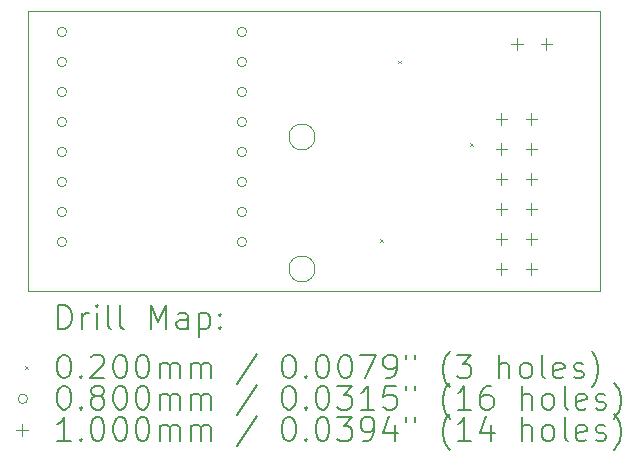
<source format=gbr>
%TF.GenerationSoftware,KiCad,Pcbnew,7.0.9*%
%TF.CreationDate,2024-02-03T16:27:12+01:00*%
%TF.ProjectId,PC-Power-Control,50432d50-6f77-4657-922d-436f6e74726f,rev?*%
%TF.SameCoordinates,Original*%
%TF.FileFunction,Drillmap*%
%TF.FilePolarity,Positive*%
%FSLAX45Y45*%
G04 Gerber Fmt 4.5, Leading zero omitted, Abs format (unit mm)*
G04 Created by KiCad (PCBNEW 7.0.9) date 2024-02-03 16:27:12*
%MOMM*%
%LPD*%
G01*
G04 APERTURE LIST*
%ADD10C,0.100000*%
%ADD11C,0.200000*%
G04 APERTURE END LIST*
D10*
X6993400Y-6959600D02*
G75*
G03*
X6993400Y-6959600I-110000J0D01*
G01*
X6993400Y-5842000D02*
G75*
G03*
X6993400Y-5842000I-110000J0D01*
G01*
X4565650Y-4775200D02*
X9410700Y-4775200D01*
X9410700Y-7150100D01*
X4565650Y-7150100D01*
X4565650Y-4775200D01*
D11*
D10*
X7546500Y-6708300D02*
X7566500Y-6728300D01*
X7566500Y-6708300D02*
X7546500Y-6728300D01*
X7698900Y-5197000D02*
X7718900Y-5217000D01*
X7718900Y-5197000D02*
X7698900Y-5217000D01*
X8308500Y-5895500D02*
X8328500Y-5915500D01*
X8328500Y-5895500D02*
X8308500Y-5915500D01*
X4891400Y-4953000D02*
G75*
G03*
X4891400Y-4953000I-40000J0D01*
G01*
X4891400Y-5207000D02*
G75*
G03*
X4891400Y-5207000I-40000J0D01*
G01*
X4891400Y-5461000D02*
G75*
G03*
X4891400Y-5461000I-40000J0D01*
G01*
X4891400Y-5715000D02*
G75*
G03*
X4891400Y-5715000I-40000J0D01*
G01*
X4891400Y-5969000D02*
G75*
G03*
X4891400Y-5969000I-40000J0D01*
G01*
X4891400Y-6223000D02*
G75*
G03*
X4891400Y-6223000I-40000J0D01*
G01*
X4891400Y-6477000D02*
G75*
G03*
X4891400Y-6477000I-40000J0D01*
G01*
X4891400Y-6731000D02*
G75*
G03*
X4891400Y-6731000I-40000J0D01*
G01*
X6415400Y-4953000D02*
G75*
G03*
X6415400Y-4953000I-40000J0D01*
G01*
X6415400Y-5207000D02*
G75*
G03*
X6415400Y-5207000I-40000J0D01*
G01*
X6415400Y-5461000D02*
G75*
G03*
X6415400Y-5461000I-40000J0D01*
G01*
X6415400Y-5715000D02*
G75*
G03*
X6415400Y-5715000I-40000J0D01*
G01*
X6415400Y-5969000D02*
G75*
G03*
X6415400Y-5969000I-40000J0D01*
G01*
X6415400Y-6223000D02*
G75*
G03*
X6415400Y-6223000I-40000J0D01*
G01*
X6415400Y-6477000D02*
G75*
G03*
X6415400Y-6477000I-40000J0D01*
G01*
X6415400Y-6731000D02*
G75*
G03*
X6415400Y-6731000I-40000J0D01*
G01*
X8572500Y-5639600D02*
X8572500Y-5739600D01*
X8522500Y-5689600D02*
X8622500Y-5689600D01*
X8572500Y-5893600D02*
X8572500Y-5993600D01*
X8522500Y-5943600D02*
X8622500Y-5943600D01*
X8572500Y-6147600D02*
X8572500Y-6247600D01*
X8522500Y-6197600D02*
X8622500Y-6197600D01*
X8572500Y-6401600D02*
X8572500Y-6501600D01*
X8522500Y-6451600D02*
X8622500Y-6451600D01*
X8572500Y-6655600D02*
X8572500Y-6755600D01*
X8522500Y-6705600D02*
X8622500Y-6705600D01*
X8572500Y-6909600D02*
X8572500Y-7009600D01*
X8522500Y-6959600D02*
X8622500Y-6959600D01*
X8703500Y-5004600D02*
X8703500Y-5104600D01*
X8653500Y-5054600D02*
X8753500Y-5054600D01*
X8826500Y-5639600D02*
X8826500Y-5739600D01*
X8776500Y-5689600D02*
X8876500Y-5689600D01*
X8826500Y-5893600D02*
X8826500Y-5993600D01*
X8776500Y-5943600D02*
X8876500Y-5943600D01*
X8826500Y-6147600D02*
X8826500Y-6247600D01*
X8776500Y-6197600D02*
X8876500Y-6197600D01*
X8826500Y-6401600D02*
X8826500Y-6501600D01*
X8776500Y-6451600D02*
X8876500Y-6451600D01*
X8826500Y-6655600D02*
X8826500Y-6755600D01*
X8776500Y-6705600D02*
X8876500Y-6705600D01*
X8826500Y-6909600D02*
X8826500Y-7009600D01*
X8776500Y-6959600D02*
X8876500Y-6959600D01*
X8953500Y-5004600D02*
X8953500Y-5104600D01*
X8903500Y-5054600D02*
X9003500Y-5054600D01*
D11*
X4821427Y-7466584D02*
X4821427Y-7266584D01*
X4821427Y-7266584D02*
X4869046Y-7266584D01*
X4869046Y-7266584D02*
X4897617Y-7276108D01*
X4897617Y-7276108D02*
X4916665Y-7295155D01*
X4916665Y-7295155D02*
X4926189Y-7314203D01*
X4926189Y-7314203D02*
X4935713Y-7352298D01*
X4935713Y-7352298D02*
X4935713Y-7380869D01*
X4935713Y-7380869D02*
X4926189Y-7418965D01*
X4926189Y-7418965D02*
X4916665Y-7438012D01*
X4916665Y-7438012D02*
X4897617Y-7457060D01*
X4897617Y-7457060D02*
X4869046Y-7466584D01*
X4869046Y-7466584D02*
X4821427Y-7466584D01*
X5021427Y-7466584D02*
X5021427Y-7333250D01*
X5021427Y-7371346D02*
X5030951Y-7352298D01*
X5030951Y-7352298D02*
X5040474Y-7342774D01*
X5040474Y-7342774D02*
X5059522Y-7333250D01*
X5059522Y-7333250D02*
X5078570Y-7333250D01*
X5145236Y-7466584D02*
X5145236Y-7333250D01*
X5145236Y-7266584D02*
X5135713Y-7276108D01*
X5135713Y-7276108D02*
X5145236Y-7285631D01*
X5145236Y-7285631D02*
X5154760Y-7276108D01*
X5154760Y-7276108D02*
X5145236Y-7266584D01*
X5145236Y-7266584D02*
X5145236Y-7285631D01*
X5269046Y-7466584D02*
X5249998Y-7457060D01*
X5249998Y-7457060D02*
X5240474Y-7438012D01*
X5240474Y-7438012D02*
X5240474Y-7266584D01*
X5373808Y-7466584D02*
X5354760Y-7457060D01*
X5354760Y-7457060D02*
X5345236Y-7438012D01*
X5345236Y-7438012D02*
X5345236Y-7266584D01*
X5602379Y-7466584D02*
X5602379Y-7266584D01*
X5602379Y-7266584D02*
X5669046Y-7409441D01*
X5669046Y-7409441D02*
X5735712Y-7266584D01*
X5735712Y-7266584D02*
X5735712Y-7466584D01*
X5916665Y-7466584D02*
X5916665Y-7361822D01*
X5916665Y-7361822D02*
X5907141Y-7342774D01*
X5907141Y-7342774D02*
X5888093Y-7333250D01*
X5888093Y-7333250D02*
X5849998Y-7333250D01*
X5849998Y-7333250D02*
X5830951Y-7342774D01*
X5916665Y-7457060D02*
X5897617Y-7466584D01*
X5897617Y-7466584D02*
X5849998Y-7466584D01*
X5849998Y-7466584D02*
X5830951Y-7457060D01*
X5830951Y-7457060D02*
X5821427Y-7438012D01*
X5821427Y-7438012D02*
X5821427Y-7418965D01*
X5821427Y-7418965D02*
X5830951Y-7399917D01*
X5830951Y-7399917D02*
X5849998Y-7390393D01*
X5849998Y-7390393D02*
X5897617Y-7390393D01*
X5897617Y-7390393D02*
X5916665Y-7380869D01*
X6011903Y-7333250D02*
X6011903Y-7533250D01*
X6011903Y-7342774D02*
X6030951Y-7333250D01*
X6030951Y-7333250D02*
X6069046Y-7333250D01*
X6069046Y-7333250D02*
X6088093Y-7342774D01*
X6088093Y-7342774D02*
X6097617Y-7352298D01*
X6097617Y-7352298D02*
X6107141Y-7371346D01*
X6107141Y-7371346D02*
X6107141Y-7428488D01*
X6107141Y-7428488D02*
X6097617Y-7447536D01*
X6097617Y-7447536D02*
X6088093Y-7457060D01*
X6088093Y-7457060D02*
X6069046Y-7466584D01*
X6069046Y-7466584D02*
X6030951Y-7466584D01*
X6030951Y-7466584D02*
X6011903Y-7457060D01*
X6192855Y-7447536D02*
X6202379Y-7457060D01*
X6202379Y-7457060D02*
X6192855Y-7466584D01*
X6192855Y-7466584D02*
X6183332Y-7457060D01*
X6183332Y-7457060D02*
X6192855Y-7447536D01*
X6192855Y-7447536D02*
X6192855Y-7466584D01*
X6192855Y-7342774D02*
X6202379Y-7352298D01*
X6202379Y-7352298D02*
X6192855Y-7361822D01*
X6192855Y-7361822D02*
X6183332Y-7352298D01*
X6183332Y-7352298D02*
X6192855Y-7342774D01*
X6192855Y-7342774D02*
X6192855Y-7361822D01*
D10*
X4540650Y-7785100D02*
X4560650Y-7805100D01*
X4560650Y-7785100D02*
X4540650Y-7805100D01*
D11*
X4859522Y-7686584D02*
X4878570Y-7686584D01*
X4878570Y-7686584D02*
X4897617Y-7696108D01*
X4897617Y-7696108D02*
X4907141Y-7705631D01*
X4907141Y-7705631D02*
X4916665Y-7724679D01*
X4916665Y-7724679D02*
X4926189Y-7762774D01*
X4926189Y-7762774D02*
X4926189Y-7810393D01*
X4926189Y-7810393D02*
X4916665Y-7848488D01*
X4916665Y-7848488D02*
X4907141Y-7867536D01*
X4907141Y-7867536D02*
X4897617Y-7877060D01*
X4897617Y-7877060D02*
X4878570Y-7886584D01*
X4878570Y-7886584D02*
X4859522Y-7886584D01*
X4859522Y-7886584D02*
X4840474Y-7877060D01*
X4840474Y-7877060D02*
X4830951Y-7867536D01*
X4830951Y-7867536D02*
X4821427Y-7848488D01*
X4821427Y-7848488D02*
X4811903Y-7810393D01*
X4811903Y-7810393D02*
X4811903Y-7762774D01*
X4811903Y-7762774D02*
X4821427Y-7724679D01*
X4821427Y-7724679D02*
X4830951Y-7705631D01*
X4830951Y-7705631D02*
X4840474Y-7696108D01*
X4840474Y-7696108D02*
X4859522Y-7686584D01*
X5011903Y-7867536D02*
X5021427Y-7877060D01*
X5021427Y-7877060D02*
X5011903Y-7886584D01*
X5011903Y-7886584D02*
X5002379Y-7877060D01*
X5002379Y-7877060D02*
X5011903Y-7867536D01*
X5011903Y-7867536D02*
X5011903Y-7886584D01*
X5097617Y-7705631D02*
X5107141Y-7696108D01*
X5107141Y-7696108D02*
X5126189Y-7686584D01*
X5126189Y-7686584D02*
X5173808Y-7686584D01*
X5173808Y-7686584D02*
X5192855Y-7696108D01*
X5192855Y-7696108D02*
X5202379Y-7705631D01*
X5202379Y-7705631D02*
X5211903Y-7724679D01*
X5211903Y-7724679D02*
X5211903Y-7743727D01*
X5211903Y-7743727D02*
X5202379Y-7772298D01*
X5202379Y-7772298D02*
X5088094Y-7886584D01*
X5088094Y-7886584D02*
X5211903Y-7886584D01*
X5335713Y-7686584D02*
X5354760Y-7686584D01*
X5354760Y-7686584D02*
X5373808Y-7696108D01*
X5373808Y-7696108D02*
X5383332Y-7705631D01*
X5383332Y-7705631D02*
X5392855Y-7724679D01*
X5392855Y-7724679D02*
X5402379Y-7762774D01*
X5402379Y-7762774D02*
X5402379Y-7810393D01*
X5402379Y-7810393D02*
X5392855Y-7848488D01*
X5392855Y-7848488D02*
X5383332Y-7867536D01*
X5383332Y-7867536D02*
X5373808Y-7877060D01*
X5373808Y-7877060D02*
X5354760Y-7886584D01*
X5354760Y-7886584D02*
X5335713Y-7886584D01*
X5335713Y-7886584D02*
X5316665Y-7877060D01*
X5316665Y-7877060D02*
X5307141Y-7867536D01*
X5307141Y-7867536D02*
X5297617Y-7848488D01*
X5297617Y-7848488D02*
X5288094Y-7810393D01*
X5288094Y-7810393D02*
X5288094Y-7762774D01*
X5288094Y-7762774D02*
X5297617Y-7724679D01*
X5297617Y-7724679D02*
X5307141Y-7705631D01*
X5307141Y-7705631D02*
X5316665Y-7696108D01*
X5316665Y-7696108D02*
X5335713Y-7686584D01*
X5526189Y-7686584D02*
X5545236Y-7686584D01*
X5545236Y-7686584D02*
X5564284Y-7696108D01*
X5564284Y-7696108D02*
X5573808Y-7705631D01*
X5573808Y-7705631D02*
X5583332Y-7724679D01*
X5583332Y-7724679D02*
X5592855Y-7762774D01*
X5592855Y-7762774D02*
X5592855Y-7810393D01*
X5592855Y-7810393D02*
X5583332Y-7848488D01*
X5583332Y-7848488D02*
X5573808Y-7867536D01*
X5573808Y-7867536D02*
X5564284Y-7877060D01*
X5564284Y-7877060D02*
X5545236Y-7886584D01*
X5545236Y-7886584D02*
X5526189Y-7886584D01*
X5526189Y-7886584D02*
X5507141Y-7877060D01*
X5507141Y-7877060D02*
X5497617Y-7867536D01*
X5497617Y-7867536D02*
X5488094Y-7848488D01*
X5488094Y-7848488D02*
X5478570Y-7810393D01*
X5478570Y-7810393D02*
X5478570Y-7762774D01*
X5478570Y-7762774D02*
X5488094Y-7724679D01*
X5488094Y-7724679D02*
X5497617Y-7705631D01*
X5497617Y-7705631D02*
X5507141Y-7696108D01*
X5507141Y-7696108D02*
X5526189Y-7686584D01*
X5678570Y-7886584D02*
X5678570Y-7753250D01*
X5678570Y-7772298D02*
X5688093Y-7762774D01*
X5688093Y-7762774D02*
X5707141Y-7753250D01*
X5707141Y-7753250D02*
X5735713Y-7753250D01*
X5735713Y-7753250D02*
X5754760Y-7762774D01*
X5754760Y-7762774D02*
X5764284Y-7781822D01*
X5764284Y-7781822D02*
X5764284Y-7886584D01*
X5764284Y-7781822D02*
X5773808Y-7762774D01*
X5773808Y-7762774D02*
X5792855Y-7753250D01*
X5792855Y-7753250D02*
X5821427Y-7753250D01*
X5821427Y-7753250D02*
X5840474Y-7762774D01*
X5840474Y-7762774D02*
X5849998Y-7781822D01*
X5849998Y-7781822D02*
X5849998Y-7886584D01*
X5945236Y-7886584D02*
X5945236Y-7753250D01*
X5945236Y-7772298D02*
X5954760Y-7762774D01*
X5954760Y-7762774D02*
X5973808Y-7753250D01*
X5973808Y-7753250D02*
X6002379Y-7753250D01*
X6002379Y-7753250D02*
X6021427Y-7762774D01*
X6021427Y-7762774D02*
X6030951Y-7781822D01*
X6030951Y-7781822D02*
X6030951Y-7886584D01*
X6030951Y-7781822D02*
X6040474Y-7762774D01*
X6040474Y-7762774D02*
X6059522Y-7753250D01*
X6059522Y-7753250D02*
X6088093Y-7753250D01*
X6088093Y-7753250D02*
X6107141Y-7762774D01*
X6107141Y-7762774D02*
X6116665Y-7781822D01*
X6116665Y-7781822D02*
X6116665Y-7886584D01*
X6507141Y-7677060D02*
X6335713Y-7934203D01*
X6764284Y-7686584D02*
X6783332Y-7686584D01*
X6783332Y-7686584D02*
X6802379Y-7696108D01*
X6802379Y-7696108D02*
X6811903Y-7705631D01*
X6811903Y-7705631D02*
X6821427Y-7724679D01*
X6821427Y-7724679D02*
X6830951Y-7762774D01*
X6830951Y-7762774D02*
X6830951Y-7810393D01*
X6830951Y-7810393D02*
X6821427Y-7848488D01*
X6821427Y-7848488D02*
X6811903Y-7867536D01*
X6811903Y-7867536D02*
X6802379Y-7877060D01*
X6802379Y-7877060D02*
X6783332Y-7886584D01*
X6783332Y-7886584D02*
X6764284Y-7886584D01*
X6764284Y-7886584D02*
X6745236Y-7877060D01*
X6745236Y-7877060D02*
X6735713Y-7867536D01*
X6735713Y-7867536D02*
X6726189Y-7848488D01*
X6726189Y-7848488D02*
X6716665Y-7810393D01*
X6716665Y-7810393D02*
X6716665Y-7762774D01*
X6716665Y-7762774D02*
X6726189Y-7724679D01*
X6726189Y-7724679D02*
X6735713Y-7705631D01*
X6735713Y-7705631D02*
X6745236Y-7696108D01*
X6745236Y-7696108D02*
X6764284Y-7686584D01*
X6916665Y-7867536D02*
X6926189Y-7877060D01*
X6926189Y-7877060D02*
X6916665Y-7886584D01*
X6916665Y-7886584D02*
X6907141Y-7877060D01*
X6907141Y-7877060D02*
X6916665Y-7867536D01*
X6916665Y-7867536D02*
X6916665Y-7886584D01*
X7049998Y-7686584D02*
X7069046Y-7686584D01*
X7069046Y-7686584D02*
X7088094Y-7696108D01*
X7088094Y-7696108D02*
X7097617Y-7705631D01*
X7097617Y-7705631D02*
X7107141Y-7724679D01*
X7107141Y-7724679D02*
X7116665Y-7762774D01*
X7116665Y-7762774D02*
X7116665Y-7810393D01*
X7116665Y-7810393D02*
X7107141Y-7848488D01*
X7107141Y-7848488D02*
X7097617Y-7867536D01*
X7097617Y-7867536D02*
X7088094Y-7877060D01*
X7088094Y-7877060D02*
X7069046Y-7886584D01*
X7069046Y-7886584D02*
X7049998Y-7886584D01*
X7049998Y-7886584D02*
X7030951Y-7877060D01*
X7030951Y-7877060D02*
X7021427Y-7867536D01*
X7021427Y-7867536D02*
X7011903Y-7848488D01*
X7011903Y-7848488D02*
X7002379Y-7810393D01*
X7002379Y-7810393D02*
X7002379Y-7762774D01*
X7002379Y-7762774D02*
X7011903Y-7724679D01*
X7011903Y-7724679D02*
X7021427Y-7705631D01*
X7021427Y-7705631D02*
X7030951Y-7696108D01*
X7030951Y-7696108D02*
X7049998Y-7686584D01*
X7240475Y-7686584D02*
X7259522Y-7686584D01*
X7259522Y-7686584D02*
X7278570Y-7696108D01*
X7278570Y-7696108D02*
X7288094Y-7705631D01*
X7288094Y-7705631D02*
X7297617Y-7724679D01*
X7297617Y-7724679D02*
X7307141Y-7762774D01*
X7307141Y-7762774D02*
X7307141Y-7810393D01*
X7307141Y-7810393D02*
X7297617Y-7848488D01*
X7297617Y-7848488D02*
X7288094Y-7867536D01*
X7288094Y-7867536D02*
X7278570Y-7877060D01*
X7278570Y-7877060D02*
X7259522Y-7886584D01*
X7259522Y-7886584D02*
X7240475Y-7886584D01*
X7240475Y-7886584D02*
X7221427Y-7877060D01*
X7221427Y-7877060D02*
X7211903Y-7867536D01*
X7211903Y-7867536D02*
X7202379Y-7848488D01*
X7202379Y-7848488D02*
X7192856Y-7810393D01*
X7192856Y-7810393D02*
X7192856Y-7762774D01*
X7192856Y-7762774D02*
X7202379Y-7724679D01*
X7202379Y-7724679D02*
X7211903Y-7705631D01*
X7211903Y-7705631D02*
X7221427Y-7696108D01*
X7221427Y-7696108D02*
X7240475Y-7686584D01*
X7373808Y-7686584D02*
X7507141Y-7686584D01*
X7507141Y-7686584D02*
X7421427Y-7886584D01*
X7592856Y-7886584D02*
X7630951Y-7886584D01*
X7630951Y-7886584D02*
X7649998Y-7877060D01*
X7649998Y-7877060D02*
X7659522Y-7867536D01*
X7659522Y-7867536D02*
X7678570Y-7838965D01*
X7678570Y-7838965D02*
X7688094Y-7800869D01*
X7688094Y-7800869D02*
X7688094Y-7724679D01*
X7688094Y-7724679D02*
X7678570Y-7705631D01*
X7678570Y-7705631D02*
X7669046Y-7696108D01*
X7669046Y-7696108D02*
X7649998Y-7686584D01*
X7649998Y-7686584D02*
X7611903Y-7686584D01*
X7611903Y-7686584D02*
X7592856Y-7696108D01*
X7592856Y-7696108D02*
X7583332Y-7705631D01*
X7583332Y-7705631D02*
X7573808Y-7724679D01*
X7573808Y-7724679D02*
X7573808Y-7772298D01*
X7573808Y-7772298D02*
X7583332Y-7791346D01*
X7583332Y-7791346D02*
X7592856Y-7800869D01*
X7592856Y-7800869D02*
X7611903Y-7810393D01*
X7611903Y-7810393D02*
X7649998Y-7810393D01*
X7649998Y-7810393D02*
X7669046Y-7800869D01*
X7669046Y-7800869D02*
X7678570Y-7791346D01*
X7678570Y-7791346D02*
X7688094Y-7772298D01*
X7764284Y-7686584D02*
X7764284Y-7724679D01*
X7840475Y-7686584D02*
X7840475Y-7724679D01*
X8135713Y-7962774D02*
X8126189Y-7953250D01*
X8126189Y-7953250D02*
X8107141Y-7924679D01*
X8107141Y-7924679D02*
X8097618Y-7905631D01*
X8097618Y-7905631D02*
X8088094Y-7877060D01*
X8088094Y-7877060D02*
X8078570Y-7829441D01*
X8078570Y-7829441D02*
X8078570Y-7791346D01*
X8078570Y-7791346D02*
X8088094Y-7743727D01*
X8088094Y-7743727D02*
X8097618Y-7715155D01*
X8097618Y-7715155D02*
X8107141Y-7696108D01*
X8107141Y-7696108D02*
X8126189Y-7667536D01*
X8126189Y-7667536D02*
X8135713Y-7658012D01*
X8192856Y-7686584D02*
X8316665Y-7686584D01*
X8316665Y-7686584D02*
X8249998Y-7762774D01*
X8249998Y-7762774D02*
X8278570Y-7762774D01*
X8278570Y-7762774D02*
X8297618Y-7772298D01*
X8297618Y-7772298D02*
X8307141Y-7781822D01*
X8307141Y-7781822D02*
X8316665Y-7800869D01*
X8316665Y-7800869D02*
X8316665Y-7848488D01*
X8316665Y-7848488D02*
X8307141Y-7867536D01*
X8307141Y-7867536D02*
X8297618Y-7877060D01*
X8297618Y-7877060D02*
X8278570Y-7886584D01*
X8278570Y-7886584D02*
X8221427Y-7886584D01*
X8221427Y-7886584D02*
X8202379Y-7877060D01*
X8202379Y-7877060D02*
X8192856Y-7867536D01*
X8554761Y-7886584D02*
X8554761Y-7686584D01*
X8640475Y-7886584D02*
X8640475Y-7781822D01*
X8640475Y-7781822D02*
X8630951Y-7762774D01*
X8630951Y-7762774D02*
X8611903Y-7753250D01*
X8611903Y-7753250D02*
X8583332Y-7753250D01*
X8583332Y-7753250D02*
X8564284Y-7762774D01*
X8564284Y-7762774D02*
X8554761Y-7772298D01*
X8764284Y-7886584D02*
X8745237Y-7877060D01*
X8745237Y-7877060D02*
X8735713Y-7867536D01*
X8735713Y-7867536D02*
X8726189Y-7848488D01*
X8726189Y-7848488D02*
X8726189Y-7791346D01*
X8726189Y-7791346D02*
X8735713Y-7772298D01*
X8735713Y-7772298D02*
X8745237Y-7762774D01*
X8745237Y-7762774D02*
X8764284Y-7753250D01*
X8764284Y-7753250D02*
X8792856Y-7753250D01*
X8792856Y-7753250D02*
X8811903Y-7762774D01*
X8811903Y-7762774D02*
X8821427Y-7772298D01*
X8821427Y-7772298D02*
X8830951Y-7791346D01*
X8830951Y-7791346D02*
X8830951Y-7848488D01*
X8830951Y-7848488D02*
X8821427Y-7867536D01*
X8821427Y-7867536D02*
X8811903Y-7877060D01*
X8811903Y-7877060D02*
X8792856Y-7886584D01*
X8792856Y-7886584D02*
X8764284Y-7886584D01*
X8945237Y-7886584D02*
X8926189Y-7877060D01*
X8926189Y-7877060D02*
X8916665Y-7858012D01*
X8916665Y-7858012D02*
X8916665Y-7686584D01*
X9097618Y-7877060D02*
X9078570Y-7886584D01*
X9078570Y-7886584D02*
X9040475Y-7886584D01*
X9040475Y-7886584D02*
X9021427Y-7877060D01*
X9021427Y-7877060D02*
X9011903Y-7858012D01*
X9011903Y-7858012D02*
X9011903Y-7781822D01*
X9011903Y-7781822D02*
X9021427Y-7762774D01*
X9021427Y-7762774D02*
X9040475Y-7753250D01*
X9040475Y-7753250D02*
X9078570Y-7753250D01*
X9078570Y-7753250D02*
X9097618Y-7762774D01*
X9097618Y-7762774D02*
X9107142Y-7781822D01*
X9107142Y-7781822D02*
X9107142Y-7800869D01*
X9107142Y-7800869D02*
X9011903Y-7819917D01*
X9183332Y-7877060D02*
X9202380Y-7886584D01*
X9202380Y-7886584D02*
X9240475Y-7886584D01*
X9240475Y-7886584D02*
X9259523Y-7877060D01*
X9259523Y-7877060D02*
X9269046Y-7858012D01*
X9269046Y-7858012D02*
X9269046Y-7848488D01*
X9269046Y-7848488D02*
X9259523Y-7829441D01*
X9259523Y-7829441D02*
X9240475Y-7819917D01*
X9240475Y-7819917D02*
X9211903Y-7819917D01*
X9211903Y-7819917D02*
X9192856Y-7810393D01*
X9192856Y-7810393D02*
X9183332Y-7791346D01*
X9183332Y-7791346D02*
X9183332Y-7781822D01*
X9183332Y-7781822D02*
X9192856Y-7762774D01*
X9192856Y-7762774D02*
X9211903Y-7753250D01*
X9211903Y-7753250D02*
X9240475Y-7753250D01*
X9240475Y-7753250D02*
X9259523Y-7762774D01*
X9335713Y-7962774D02*
X9345237Y-7953250D01*
X9345237Y-7953250D02*
X9364284Y-7924679D01*
X9364284Y-7924679D02*
X9373808Y-7905631D01*
X9373808Y-7905631D02*
X9383332Y-7877060D01*
X9383332Y-7877060D02*
X9392856Y-7829441D01*
X9392856Y-7829441D02*
X9392856Y-7791346D01*
X9392856Y-7791346D02*
X9383332Y-7743727D01*
X9383332Y-7743727D02*
X9373808Y-7715155D01*
X9373808Y-7715155D02*
X9364284Y-7696108D01*
X9364284Y-7696108D02*
X9345237Y-7667536D01*
X9345237Y-7667536D02*
X9335713Y-7658012D01*
D10*
X4560650Y-8059100D02*
G75*
G03*
X4560650Y-8059100I-40000J0D01*
G01*
D11*
X4859522Y-7950584D02*
X4878570Y-7950584D01*
X4878570Y-7950584D02*
X4897617Y-7960108D01*
X4897617Y-7960108D02*
X4907141Y-7969631D01*
X4907141Y-7969631D02*
X4916665Y-7988679D01*
X4916665Y-7988679D02*
X4926189Y-8026774D01*
X4926189Y-8026774D02*
X4926189Y-8074393D01*
X4926189Y-8074393D02*
X4916665Y-8112488D01*
X4916665Y-8112488D02*
X4907141Y-8131536D01*
X4907141Y-8131536D02*
X4897617Y-8141060D01*
X4897617Y-8141060D02*
X4878570Y-8150584D01*
X4878570Y-8150584D02*
X4859522Y-8150584D01*
X4859522Y-8150584D02*
X4840474Y-8141060D01*
X4840474Y-8141060D02*
X4830951Y-8131536D01*
X4830951Y-8131536D02*
X4821427Y-8112488D01*
X4821427Y-8112488D02*
X4811903Y-8074393D01*
X4811903Y-8074393D02*
X4811903Y-8026774D01*
X4811903Y-8026774D02*
X4821427Y-7988679D01*
X4821427Y-7988679D02*
X4830951Y-7969631D01*
X4830951Y-7969631D02*
X4840474Y-7960108D01*
X4840474Y-7960108D02*
X4859522Y-7950584D01*
X5011903Y-8131536D02*
X5021427Y-8141060D01*
X5021427Y-8141060D02*
X5011903Y-8150584D01*
X5011903Y-8150584D02*
X5002379Y-8141060D01*
X5002379Y-8141060D02*
X5011903Y-8131536D01*
X5011903Y-8131536D02*
X5011903Y-8150584D01*
X5135713Y-8036298D02*
X5116665Y-8026774D01*
X5116665Y-8026774D02*
X5107141Y-8017250D01*
X5107141Y-8017250D02*
X5097617Y-7998203D01*
X5097617Y-7998203D02*
X5097617Y-7988679D01*
X5097617Y-7988679D02*
X5107141Y-7969631D01*
X5107141Y-7969631D02*
X5116665Y-7960108D01*
X5116665Y-7960108D02*
X5135713Y-7950584D01*
X5135713Y-7950584D02*
X5173808Y-7950584D01*
X5173808Y-7950584D02*
X5192855Y-7960108D01*
X5192855Y-7960108D02*
X5202379Y-7969631D01*
X5202379Y-7969631D02*
X5211903Y-7988679D01*
X5211903Y-7988679D02*
X5211903Y-7998203D01*
X5211903Y-7998203D02*
X5202379Y-8017250D01*
X5202379Y-8017250D02*
X5192855Y-8026774D01*
X5192855Y-8026774D02*
X5173808Y-8036298D01*
X5173808Y-8036298D02*
X5135713Y-8036298D01*
X5135713Y-8036298D02*
X5116665Y-8045822D01*
X5116665Y-8045822D02*
X5107141Y-8055346D01*
X5107141Y-8055346D02*
X5097617Y-8074393D01*
X5097617Y-8074393D02*
X5097617Y-8112488D01*
X5097617Y-8112488D02*
X5107141Y-8131536D01*
X5107141Y-8131536D02*
X5116665Y-8141060D01*
X5116665Y-8141060D02*
X5135713Y-8150584D01*
X5135713Y-8150584D02*
X5173808Y-8150584D01*
X5173808Y-8150584D02*
X5192855Y-8141060D01*
X5192855Y-8141060D02*
X5202379Y-8131536D01*
X5202379Y-8131536D02*
X5211903Y-8112488D01*
X5211903Y-8112488D02*
X5211903Y-8074393D01*
X5211903Y-8074393D02*
X5202379Y-8055346D01*
X5202379Y-8055346D02*
X5192855Y-8045822D01*
X5192855Y-8045822D02*
X5173808Y-8036298D01*
X5335713Y-7950584D02*
X5354760Y-7950584D01*
X5354760Y-7950584D02*
X5373808Y-7960108D01*
X5373808Y-7960108D02*
X5383332Y-7969631D01*
X5383332Y-7969631D02*
X5392855Y-7988679D01*
X5392855Y-7988679D02*
X5402379Y-8026774D01*
X5402379Y-8026774D02*
X5402379Y-8074393D01*
X5402379Y-8074393D02*
X5392855Y-8112488D01*
X5392855Y-8112488D02*
X5383332Y-8131536D01*
X5383332Y-8131536D02*
X5373808Y-8141060D01*
X5373808Y-8141060D02*
X5354760Y-8150584D01*
X5354760Y-8150584D02*
X5335713Y-8150584D01*
X5335713Y-8150584D02*
X5316665Y-8141060D01*
X5316665Y-8141060D02*
X5307141Y-8131536D01*
X5307141Y-8131536D02*
X5297617Y-8112488D01*
X5297617Y-8112488D02*
X5288094Y-8074393D01*
X5288094Y-8074393D02*
X5288094Y-8026774D01*
X5288094Y-8026774D02*
X5297617Y-7988679D01*
X5297617Y-7988679D02*
X5307141Y-7969631D01*
X5307141Y-7969631D02*
X5316665Y-7960108D01*
X5316665Y-7960108D02*
X5335713Y-7950584D01*
X5526189Y-7950584D02*
X5545236Y-7950584D01*
X5545236Y-7950584D02*
X5564284Y-7960108D01*
X5564284Y-7960108D02*
X5573808Y-7969631D01*
X5573808Y-7969631D02*
X5583332Y-7988679D01*
X5583332Y-7988679D02*
X5592855Y-8026774D01*
X5592855Y-8026774D02*
X5592855Y-8074393D01*
X5592855Y-8074393D02*
X5583332Y-8112488D01*
X5583332Y-8112488D02*
X5573808Y-8131536D01*
X5573808Y-8131536D02*
X5564284Y-8141060D01*
X5564284Y-8141060D02*
X5545236Y-8150584D01*
X5545236Y-8150584D02*
X5526189Y-8150584D01*
X5526189Y-8150584D02*
X5507141Y-8141060D01*
X5507141Y-8141060D02*
X5497617Y-8131536D01*
X5497617Y-8131536D02*
X5488094Y-8112488D01*
X5488094Y-8112488D02*
X5478570Y-8074393D01*
X5478570Y-8074393D02*
X5478570Y-8026774D01*
X5478570Y-8026774D02*
X5488094Y-7988679D01*
X5488094Y-7988679D02*
X5497617Y-7969631D01*
X5497617Y-7969631D02*
X5507141Y-7960108D01*
X5507141Y-7960108D02*
X5526189Y-7950584D01*
X5678570Y-8150584D02*
X5678570Y-8017250D01*
X5678570Y-8036298D02*
X5688093Y-8026774D01*
X5688093Y-8026774D02*
X5707141Y-8017250D01*
X5707141Y-8017250D02*
X5735713Y-8017250D01*
X5735713Y-8017250D02*
X5754760Y-8026774D01*
X5754760Y-8026774D02*
X5764284Y-8045822D01*
X5764284Y-8045822D02*
X5764284Y-8150584D01*
X5764284Y-8045822D02*
X5773808Y-8026774D01*
X5773808Y-8026774D02*
X5792855Y-8017250D01*
X5792855Y-8017250D02*
X5821427Y-8017250D01*
X5821427Y-8017250D02*
X5840474Y-8026774D01*
X5840474Y-8026774D02*
X5849998Y-8045822D01*
X5849998Y-8045822D02*
X5849998Y-8150584D01*
X5945236Y-8150584D02*
X5945236Y-8017250D01*
X5945236Y-8036298D02*
X5954760Y-8026774D01*
X5954760Y-8026774D02*
X5973808Y-8017250D01*
X5973808Y-8017250D02*
X6002379Y-8017250D01*
X6002379Y-8017250D02*
X6021427Y-8026774D01*
X6021427Y-8026774D02*
X6030951Y-8045822D01*
X6030951Y-8045822D02*
X6030951Y-8150584D01*
X6030951Y-8045822D02*
X6040474Y-8026774D01*
X6040474Y-8026774D02*
X6059522Y-8017250D01*
X6059522Y-8017250D02*
X6088093Y-8017250D01*
X6088093Y-8017250D02*
X6107141Y-8026774D01*
X6107141Y-8026774D02*
X6116665Y-8045822D01*
X6116665Y-8045822D02*
X6116665Y-8150584D01*
X6507141Y-7941060D02*
X6335713Y-8198203D01*
X6764284Y-7950584D02*
X6783332Y-7950584D01*
X6783332Y-7950584D02*
X6802379Y-7960108D01*
X6802379Y-7960108D02*
X6811903Y-7969631D01*
X6811903Y-7969631D02*
X6821427Y-7988679D01*
X6821427Y-7988679D02*
X6830951Y-8026774D01*
X6830951Y-8026774D02*
X6830951Y-8074393D01*
X6830951Y-8074393D02*
X6821427Y-8112488D01*
X6821427Y-8112488D02*
X6811903Y-8131536D01*
X6811903Y-8131536D02*
X6802379Y-8141060D01*
X6802379Y-8141060D02*
X6783332Y-8150584D01*
X6783332Y-8150584D02*
X6764284Y-8150584D01*
X6764284Y-8150584D02*
X6745236Y-8141060D01*
X6745236Y-8141060D02*
X6735713Y-8131536D01*
X6735713Y-8131536D02*
X6726189Y-8112488D01*
X6726189Y-8112488D02*
X6716665Y-8074393D01*
X6716665Y-8074393D02*
X6716665Y-8026774D01*
X6716665Y-8026774D02*
X6726189Y-7988679D01*
X6726189Y-7988679D02*
X6735713Y-7969631D01*
X6735713Y-7969631D02*
X6745236Y-7960108D01*
X6745236Y-7960108D02*
X6764284Y-7950584D01*
X6916665Y-8131536D02*
X6926189Y-8141060D01*
X6926189Y-8141060D02*
X6916665Y-8150584D01*
X6916665Y-8150584D02*
X6907141Y-8141060D01*
X6907141Y-8141060D02*
X6916665Y-8131536D01*
X6916665Y-8131536D02*
X6916665Y-8150584D01*
X7049998Y-7950584D02*
X7069046Y-7950584D01*
X7069046Y-7950584D02*
X7088094Y-7960108D01*
X7088094Y-7960108D02*
X7097617Y-7969631D01*
X7097617Y-7969631D02*
X7107141Y-7988679D01*
X7107141Y-7988679D02*
X7116665Y-8026774D01*
X7116665Y-8026774D02*
X7116665Y-8074393D01*
X7116665Y-8074393D02*
X7107141Y-8112488D01*
X7107141Y-8112488D02*
X7097617Y-8131536D01*
X7097617Y-8131536D02*
X7088094Y-8141060D01*
X7088094Y-8141060D02*
X7069046Y-8150584D01*
X7069046Y-8150584D02*
X7049998Y-8150584D01*
X7049998Y-8150584D02*
X7030951Y-8141060D01*
X7030951Y-8141060D02*
X7021427Y-8131536D01*
X7021427Y-8131536D02*
X7011903Y-8112488D01*
X7011903Y-8112488D02*
X7002379Y-8074393D01*
X7002379Y-8074393D02*
X7002379Y-8026774D01*
X7002379Y-8026774D02*
X7011903Y-7988679D01*
X7011903Y-7988679D02*
X7021427Y-7969631D01*
X7021427Y-7969631D02*
X7030951Y-7960108D01*
X7030951Y-7960108D02*
X7049998Y-7950584D01*
X7183332Y-7950584D02*
X7307141Y-7950584D01*
X7307141Y-7950584D02*
X7240475Y-8026774D01*
X7240475Y-8026774D02*
X7269046Y-8026774D01*
X7269046Y-8026774D02*
X7288094Y-8036298D01*
X7288094Y-8036298D02*
X7297617Y-8045822D01*
X7297617Y-8045822D02*
X7307141Y-8064869D01*
X7307141Y-8064869D02*
X7307141Y-8112488D01*
X7307141Y-8112488D02*
X7297617Y-8131536D01*
X7297617Y-8131536D02*
X7288094Y-8141060D01*
X7288094Y-8141060D02*
X7269046Y-8150584D01*
X7269046Y-8150584D02*
X7211903Y-8150584D01*
X7211903Y-8150584D02*
X7192856Y-8141060D01*
X7192856Y-8141060D02*
X7183332Y-8131536D01*
X7497617Y-8150584D02*
X7383332Y-8150584D01*
X7440475Y-8150584D02*
X7440475Y-7950584D01*
X7440475Y-7950584D02*
X7421427Y-7979155D01*
X7421427Y-7979155D02*
X7402379Y-7998203D01*
X7402379Y-7998203D02*
X7383332Y-8007727D01*
X7678570Y-7950584D02*
X7583332Y-7950584D01*
X7583332Y-7950584D02*
X7573808Y-8045822D01*
X7573808Y-8045822D02*
X7583332Y-8036298D01*
X7583332Y-8036298D02*
X7602379Y-8026774D01*
X7602379Y-8026774D02*
X7649998Y-8026774D01*
X7649998Y-8026774D02*
X7669046Y-8036298D01*
X7669046Y-8036298D02*
X7678570Y-8045822D01*
X7678570Y-8045822D02*
X7688094Y-8064869D01*
X7688094Y-8064869D02*
X7688094Y-8112488D01*
X7688094Y-8112488D02*
X7678570Y-8131536D01*
X7678570Y-8131536D02*
X7669046Y-8141060D01*
X7669046Y-8141060D02*
X7649998Y-8150584D01*
X7649998Y-8150584D02*
X7602379Y-8150584D01*
X7602379Y-8150584D02*
X7583332Y-8141060D01*
X7583332Y-8141060D02*
X7573808Y-8131536D01*
X7764284Y-7950584D02*
X7764284Y-7988679D01*
X7840475Y-7950584D02*
X7840475Y-7988679D01*
X8135713Y-8226774D02*
X8126189Y-8217250D01*
X8126189Y-8217250D02*
X8107141Y-8188679D01*
X8107141Y-8188679D02*
X8097618Y-8169631D01*
X8097618Y-8169631D02*
X8088094Y-8141060D01*
X8088094Y-8141060D02*
X8078570Y-8093441D01*
X8078570Y-8093441D02*
X8078570Y-8055346D01*
X8078570Y-8055346D02*
X8088094Y-8007727D01*
X8088094Y-8007727D02*
X8097618Y-7979155D01*
X8097618Y-7979155D02*
X8107141Y-7960108D01*
X8107141Y-7960108D02*
X8126189Y-7931536D01*
X8126189Y-7931536D02*
X8135713Y-7922012D01*
X8316665Y-8150584D02*
X8202379Y-8150584D01*
X8259522Y-8150584D02*
X8259522Y-7950584D01*
X8259522Y-7950584D02*
X8240475Y-7979155D01*
X8240475Y-7979155D02*
X8221427Y-7998203D01*
X8221427Y-7998203D02*
X8202379Y-8007727D01*
X8488094Y-7950584D02*
X8449999Y-7950584D01*
X8449999Y-7950584D02*
X8430951Y-7960108D01*
X8430951Y-7960108D02*
X8421427Y-7969631D01*
X8421427Y-7969631D02*
X8402380Y-7998203D01*
X8402380Y-7998203D02*
X8392856Y-8036298D01*
X8392856Y-8036298D02*
X8392856Y-8112488D01*
X8392856Y-8112488D02*
X8402380Y-8131536D01*
X8402380Y-8131536D02*
X8411903Y-8141060D01*
X8411903Y-8141060D02*
X8430951Y-8150584D01*
X8430951Y-8150584D02*
X8469046Y-8150584D01*
X8469046Y-8150584D02*
X8488094Y-8141060D01*
X8488094Y-8141060D02*
X8497618Y-8131536D01*
X8497618Y-8131536D02*
X8507141Y-8112488D01*
X8507141Y-8112488D02*
X8507141Y-8064869D01*
X8507141Y-8064869D02*
X8497618Y-8045822D01*
X8497618Y-8045822D02*
X8488094Y-8036298D01*
X8488094Y-8036298D02*
X8469046Y-8026774D01*
X8469046Y-8026774D02*
X8430951Y-8026774D01*
X8430951Y-8026774D02*
X8411903Y-8036298D01*
X8411903Y-8036298D02*
X8402380Y-8045822D01*
X8402380Y-8045822D02*
X8392856Y-8064869D01*
X8745237Y-8150584D02*
X8745237Y-7950584D01*
X8830951Y-8150584D02*
X8830951Y-8045822D01*
X8830951Y-8045822D02*
X8821427Y-8026774D01*
X8821427Y-8026774D02*
X8802380Y-8017250D01*
X8802380Y-8017250D02*
X8773808Y-8017250D01*
X8773808Y-8017250D02*
X8754761Y-8026774D01*
X8754761Y-8026774D02*
X8745237Y-8036298D01*
X8954761Y-8150584D02*
X8935713Y-8141060D01*
X8935713Y-8141060D02*
X8926189Y-8131536D01*
X8926189Y-8131536D02*
X8916665Y-8112488D01*
X8916665Y-8112488D02*
X8916665Y-8055346D01*
X8916665Y-8055346D02*
X8926189Y-8036298D01*
X8926189Y-8036298D02*
X8935713Y-8026774D01*
X8935713Y-8026774D02*
X8954761Y-8017250D01*
X8954761Y-8017250D02*
X8983332Y-8017250D01*
X8983332Y-8017250D02*
X9002380Y-8026774D01*
X9002380Y-8026774D02*
X9011903Y-8036298D01*
X9011903Y-8036298D02*
X9021427Y-8055346D01*
X9021427Y-8055346D02*
X9021427Y-8112488D01*
X9021427Y-8112488D02*
X9011903Y-8131536D01*
X9011903Y-8131536D02*
X9002380Y-8141060D01*
X9002380Y-8141060D02*
X8983332Y-8150584D01*
X8983332Y-8150584D02*
X8954761Y-8150584D01*
X9135713Y-8150584D02*
X9116665Y-8141060D01*
X9116665Y-8141060D02*
X9107142Y-8122012D01*
X9107142Y-8122012D02*
X9107142Y-7950584D01*
X9288094Y-8141060D02*
X9269046Y-8150584D01*
X9269046Y-8150584D02*
X9230951Y-8150584D01*
X9230951Y-8150584D02*
X9211903Y-8141060D01*
X9211903Y-8141060D02*
X9202380Y-8122012D01*
X9202380Y-8122012D02*
X9202380Y-8045822D01*
X9202380Y-8045822D02*
X9211903Y-8026774D01*
X9211903Y-8026774D02*
X9230951Y-8017250D01*
X9230951Y-8017250D02*
X9269046Y-8017250D01*
X9269046Y-8017250D02*
X9288094Y-8026774D01*
X9288094Y-8026774D02*
X9297618Y-8045822D01*
X9297618Y-8045822D02*
X9297618Y-8064869D01*
X9297618Y-8064869D02*
X9202380Y-8083917D01*
X9373808Y-8141060D02*
X9392856Y-8150584D01*
X9392856Y-8150584D02*
X9430951Y-8150584D01*
X9430951Y-8150584D02*
X9449999Y-8141060D01*
X9449999Y-8141060D02*
X9459523Y-8122012D01*
X9459523Y-8122012D02*
X9459523Y-8112488D01*
X9459523Y-8112488D02*
X9449999Y-8093441D01*
X9449999Y-8093441D02*
X9430951Y-8083917D01*
X9430951Y-8083917D02*
X9402380Y-8083917D01*
X9402380Y-8083917D02*
X9383332Y-8074393D01*
X9383332Y-8074393D02*
X9373808Y-8055346D01*
X9373808Y-8055346D02*
X9373808Y-8045822D01*
X9373808Y-8045822D02*
X9383332Y-8026774D01*
X9383332Y-8026774D02*
X9402380Y-8017250D01*
X9402380Y-8017250D02*
X9430951Y-8017250D01*
X9430951Y-8017250D02*
X9449999Y-8026774D01*
X9526189Y-8226774D02*
X9535713Y-8217250D01*
X9535713Y-8217250D02*
X9554761Y-8188679D01*
X9554761Y-8188679D02*
X9564284Y-8169631D01*
X9564284Y-8169631D02*
X9573808Y-8141060D01*
X9573808Y-8141060D02*
X9583332Y-8093441D01*
X9583332Y-8093441D02*
X9583332Y-8055346D01*
X9583332Y-8055346D02*
X9573808Y-8007727D01*
X9573808Y-8007727D02*
X9564284Y-7979155D01*
X9564284Y-7979155D02*
X9554761Y-7960108D01*
X9554761Y-7960108D02*
X9535713Y-7931536D01*
X9535713Y-7931536D02*
X9526189Y-7922012D01*
D10*
X4510650Y-8273100D02*
X4510650Y-8373100D01*
X4460650Y-8323100D02*
X4560650Y-8323100D01*
D11*
X4926189Y-8414584D02*
X4811903Y-8414584D01*
X4869046Y-8414584D02*
X4869046Y-8214584D01*
X4869046Y-8214584D02*
X4849998Y-8243155D01*
X4849998Y-8243155D02*
X4830951Y-8262203D01*
X4830951Y-8262203D02*
X4811903Y-8271727D01*
X5011903Y-8395536D02*
X5021427Y-8405060D01*
X5021427Y-8405060D02*
X5011903Y-8414584D01*
X5011903Y-8414584D02*
X5002379Y-8405060D01*
X5002379Y-8405060D02*
X5011903Y-8395536D01*
X5011903Y-8395536D02*
X5011903Y-8414584D01*
X5145236Y-8214584D02*
X5164284Y-8214584D01*
X5164284Y-8214584D02*
X5183332Y-8224108D01*
X5183332Y-8224108D02*
X5192855Y-8233631D01*
X5192855Y-8233631D02*
X5202379Y-8252679D01*
X5202379Y-8252679D02*
X5211903Y-8290774D01*
X5211903Y-8290774D02*
X5211903Y-8338393D01*
X5211903Y-8338393D02*
X5202379Y-8376488D01*
X5202379Y-8376488D02*
X5192855Y-8395536D01*
X5192855Y-8395536D02*
X5183332Y-8405060D01*
X5183332Y-8405060D02*
X5164284Y-8414584D01*
X5164284Y-8414584D02*
X5145236Y-8414584D01*
X5145236Y-8414584D02*
X5126189Y-8405060D01*
X5126189Y-8405060D02*
X5116665Y-8395536D01*
X5116665Y-8395536D02*
X5107141Y-8376488D01*
X5107141Y-8376488D02*
X5097617Y-8338393D01*
X5097617Y-8338393D02*
X5097617Y-8290774D01*
X5097617Y-8290774D02*
X5107141Y-8252679D01*
X5107141Y-8252679D02*
X5116665Y-8233631D01*
X5116665Y-8233631D02*
X5126189Y-8224108D01*
X5126189Y-8224108D02*
X5145236Y-8214584D01*
X5335713Y-8214584D02*
X5354760Y-8214584D01*
X5354760Y-8214584D02*
X5373808Y-8224108D01*
X5373808Y-8224108D02*
X5383332Y-8233631D01*
X5383332Y-8233631D02*
X5392855Y-8252679D01*
X5392855Y-8252679D02*
X5402379Y-8290774D01*
X5402379Y-8290774D02*
X5402379Y-8338393D01*
X5402379Y-8338393D02*
X5392855Y-8376488D01*
X5392855Y-8376488D02*
X5383332Y-8395536D01*
X5383332Y-8395536D02*
X5373808Y-8405060D01*
X5373808Y-8405060D02*
X5354760Y-8414584D01*
X5354760Y-8414584D02*
X5335713Y-8414584D01*
X5335713Y-8414584D02*
X5316665Y-8405060D01*
X5316665Y-8405060D02*
X5307141Y-8395536D01*
X5307141Y-8395536D02*
X5297617Y-8376488D01*
X5297617Y-8376488D02*
X5288094Y-8338393D01*
X5288094Y-8338393D02*
X5288094Y-8290774D01*
X5288094Y-8290774D02*
X5297617Y-8252679D01*
X5297617Y-8252679D02*
X5307141Y-8233631D01*
X5307141Y-8233631D02*
X5316665Y-8224108D01*
X5316665Y-8224108D02*
X5335713Y-8214584D01*
X5526189Y-8214584D02*
X5545236Y-8214584D01*
X5545236Y-8214584D02*
X5564284Y-8224108D01*
X5564284Y-8224108D02*
X5573808Y-8233631D01*
X5573808Y-8233631D02*
X5583332Y-8252679D01*
X5583332Y-8252679D02*
X5592855Y-8290774D01*
X5592855Y-8290774D02*
X5592855Y-8338393D01*
X5592855Y-8338393D02*
X5583332Y-8376488D01*
X5583332Y-8376488D02*
X5573808Y-8395536D01*
X5573808Y-8395536D02*
X5564284Y-8405060D01*
X5564284Y-8405060D02*
X5545236Y-8414584D01*
X5545236Y-8414584D02*
X5526189Y-8414584D01*
X5526189Y-8414584D02*
X5507141Y-8405060D01*
X5507141Y-8405060D02*
X5497617Y-8395536D01*
X5497617Y-8395536D02*
X5488094Y-8376488D01*
X5488094Y-8376488D02*
X5478570Y-8338393D01*
X5478570Y-8338393D02*
X5478570Y-8290774D01*
X5478570Y-8290774D02*
X5488094Y-8252679D01*
X5488094Y-8252679D02*
X5497617Y-8233631D01*
X5497617Y-8233631D02*
X5507141Y-8224108D01*
X5507141Y-8224108D02*
X5526189Y-8214584D01*
X5678570Y-8414584D02*
X5678570Y-8281250D01*
X5678570Y-8300298D02*
X5688093Y-8290774D01*
X5688093Y-8290774D02*
X5707141Y-8281250D01*
X5707141Y-8281250D02*
X5735713Y-8281250D01*
X5735713Y-8281250D02*
X5754760Y-8290774D01*
X5754760Y-8290774D02*
X5764284Y-8309822D01*
X5764284Y-8309822D02*
X5764284Y-8414584D01*
X5764284Y-8309822D02*
X5773808Y-8290774D01*
X5773808Y-8290774D02*
X5792855Y-8281250D01*
X5792855Y-8281250D02*
X5821427Y-8281250D01*
X5821427Y-8281250D02*
X5840474Y-8290774D01*
X5840474Y-8290774D02*
X5849998Y-8309822D01*
X5849998Y-8309822D02*
X5849998Y-8414584D01*
X5945236Y-8414584D02*
X5945236Y-8281250D01*
X5945236Y-8300298D02*
X5954760Y-8290774D01*
X5954760Y-8290774D02*
X5973808Y-8281250D01*
X5973808Y-8281250D02*
X6002379Y-8281250D01*
X6002379Y-8281250D02*
X6021427Y-8290774D01*
X6021427Y-8290774D02*
X6030951Y-8309822D01*
X6030951Y-8309822D02*
X6030951Y-8414584D01*
X6030951Y-8309822D02*
X6040474Y-8290774D01*
X6040474Y-8290774D02*
X6059522Y-8281250D01*
X6059522Y-8281250D02*
X6088093Y-8281250D01*
X6088093Y-8281250D02*
X6107141Y-8290774D01*
X6107141Y-8290774D02*
X6116665Y-8309822D01*
X6116665Y-8309822D02*
X6116665Y-8414584D01*
X6507141Y-8205060D02*
X6335713Y-8462203D01*
X6764284Y-8214584D02*
X6783332Y-8214584D01*
X6783332Y-8214584D02*
X6802379Y-8224108D01*
X6802379Y-8224108D02*
X6811903Y-8233631D01*
X6811903Y-8233631D02*
X6821427Y-8252679D01*
X6821427Y-8252679D02*
X6830951Y-8290774D01*
X6830951Y-8290774D02*
X6830951Y-8338393D01*
X6830951Y-8338393D02*
X6821427Y-8376488D01*
X6821427Y-8376488D02*
X6811903Y-8395536D01*
X6811903Y-8395536D02*
X6802379Y-8405060D01*
X6802379Y-8405060D02*
X6783332Y-8414584D01*
X6783332Y-8414584D02*
X6764284Y-8414584D01*
X6764284Y-8414584D02*
X6745236Y-8405060D01*
X6745236Y-8405060D02*
X6735713Y-8395536D01*
X6735713Y-8395536D02*
X6726189Y-8376488D01*
X6726189Y-8376488D02*
X6716665Y-8338393D01*
X6716665Y-8338393D02*
X6716665Y-8290774D01*
X6716665Y-8290774D02*
X6726189Y-8252679D01*
X6726189Y-8252679D02*
X6735713Y-8233631D01*
X6735713Y-8233631D02*
X6745236Y-8224108D01*
X6745236Y-8224108D02*
X6764284Y-8214584D01*
X6916665Y-8395536D02*
X6926189Y-8405060D01*
X6926189Y-8405060D02*
X6916665Y-8414584D01*
X6916665Y-8414584D02*
X6907141Y-8405060D01*
X6907141Y-8405060D02*
X6916665Y-8395536D01*
X6916665Y-8395536D02*
X6916665Y-8414584D01*
X7049998Y-8214584D02*
X7069046Y-8214584D01*
X7069046Y-8214584D02*
X7088094Y-8224108D01*
X7088094Y-8224108D02*
X7097617Y-8233631D01*
X7097617Y-8233631D02*
X7107141Y-8252679D01*
X7107141Y-8252679D02*
X7116665Y-8290774D01*
X7116665Y-8290774D02*
X7116665Y-8338393D01*
X7116665Y-8338393D02*
X7107141Y-8376488D01*
X7107141Y-8376488D02*
X7097617Y-8395536D01*
X7097617Y-8395536D02*
X7088094Y-8405060D01*
X7088094Y-8405060D02*
X7069046Y-8414584D01*
X7069046Y-8414584D02*
X7049998Y-8414584D01*
X7049998Y-8414584D02*
X7030951Y-8405060D01*
X7030951Y-8405060D02*
X7021427Y-8395536D01*
X7021427Y-8395536D02*
X7011903Y-8376488D01*
X7011903Y-8376488D02*
X7002379Y-8338393D01*
X7002379Y-8338393D02*
X7002379Y-8290774D01*
X7002379Y-8290774D02*
X7011903Y-8252679D01*
X7011903Y-8252679D02*
X7021427Y-8233631D01*
X7021427Y-8233631D02*
X7030951Y-8224108D01*
X7030951Y-8224108D02*
X7049998Y-8214584D01*
X7183332Y-8214584D02*
X7307141Y-8214584D01*
X7307141Y-8214584D02*
X7240475Y-8290774D01*
X7240475Y-8290774D02*
X7269046Y-8290774D01*
X7269046Y-8290774D02*
X7288094Y-8300298D01*
X7288094Y-8300298D02*
X7297617Y-8309822D01*
X7297617Y-8309822D02*
X7307141Y-8328869D01*
X7307141Y-8328869D02*
X7307141Y-8376488D01*
X7307141Y-8376488D02*
X7297617Y-8395536D01*
X7297617Y-8395536D02*
X7288094Y-8405060D01*
X7288094Y-8405060D02*
X7269046Y-8414584D01*
X7269046Y-8414584D02*
X7211903Y-8414584D01*
X7211903Y-8414584D02*
X7192856Y-8405060D01*
X7192856Y-8405060D02*
X7183332Y-8395536D01*
X7402379Y-8414584D02*
X7440475Y-8414584D01*
X7440475Y-8414584D02*
X7459522Y-8405060D01*
X7459522Y-8405060D02*
X7469046Y-8395536D01*
X7469046Y-8395536D02*
X7488094Y-8366965D01*
X7488094Y-8366965D02*
X7497617Y-8328869D01*
X7497617Y-8328869D02*
X7497617Y-8252679D01*
X7497617Y-8252679D02*
X7488094Y-8233631D01*
X7488094Y-8233631D02*
X7478570Y-8224108D01*
X7478570Y-8224108D02*
X7459522Y-8214584D01*
X7459522Y-8214584D02*
X7421427Y-8214584D01*
X7421427Y-8214584D02*
X7402379Y-8224108D01*
X7402379Y-8224108D02*
X7392856Y-8233631D01*
X7392856Y-8233631D02*
X7383332Y-8252679D01*
X7383332Y-8252679D02*
X7383332Y-8300298D01*
X7383332Y-8300298D02*
X7392856Y-8319346D01*
X7392856Y-8319346D02*
X7402379Y-8328869D01*
X7402379Y-8328869D02*
X7421427Y-8338393D01*
X7421427Y-8338393D02*
X7459522Y-8338393D01*
X7459522Y-8338393D02*
X7478570Y-8328869D01*
X7478570Y-8328869D02*
X7488094Y-8319346D01*
X7488094Y-8319346D02*
X7497617Y-8300298D01*
X7669046Y-8281250D02*
X7669046Y-8414584D01*
X7621427Y-8205060D02*
X7573808Y-8347917D01*
X7573808Y-8347917D02*
X7697617Y-8347917D01*
X7764284Y-8214584D02*
X7764284Y-8252679D01*
X7840475Y-8214584D02*
X7840475Y-8252679D01*
X8135713Y-8490774D02*
X8126189Y-8481250D01*
X8126189Y-8481250D02*
X8107141Y-8452679D01*
X8107141Y-8452679D02*
X8097618Y-8433631D01*
X8097618Y-8433631D02*
X8088094Y-8405060D01*
X8088094Y-8405060D02*
X8078570Y-8357441D01*
X8078570Y-8357441D02*
X8078570Y-8319346D01*
X8078570Y-8319346D02*
X8088094Y-8271727D01*
X8088094Y-8271727D02*
X8097618Y-8243155D01*
X8097618Y-8243155D02*
X8107141Y-8224108D01*
X8107141Y-8224108D02*
X8126189Y-8195536D01*
X8126189Y-8195536D02*
X8135713Y-8186012D01*
X8316665Y-8414584D02*
X8202379Y-8414584D01*
X8259522Y-8414584D02*
X8259522Y-8214584D01*
X8259522Y-8214584D02*
X8240475Y-8243155D01*
X8240475Y-8243155D02*
X8221427Y-8262203D01*
X8221427Y-8262203D02*
X8202379Y-8271727D01*
X8488094Y-8281250D02*
X8488094Y-8414584D01*
X8440475Y-8205060D02*
X8392856Y-8347917D01*
X8392856Y-8347917D02*
X8516665Y-8347917D01*
X8745237Y-8414584D02*
X8745237Y-8214584D01*
X8830951Y-8414584D02*
X8830951Y-8309822D01*
X8830951Y-8309822D02*
X8821427Y-8290774D01*
X8821427Y-8290774D02*
X8802380Y-8281250D01*
X8802380Y-8281250D02*
X8773808Y-8281250D01*
X8773808Y-8281250D02*
X8754761Y-8290774D01*
X8754761Y-8290774D02*
X8745237Y-8300298D01*
X8954761Y-8414584D02*
X8935713Y-8405060D01*
X8935713Y-8405060D02*
X8926189Y-8395536D01*
X8926189Y-8395536D02*
X8916665Y-8376488D01*
X8916665Y-8376488D02*
X8916665Y-8319346D01*
X8916665Y-8319346D02*
X8926189Y-8300298D01*
X8926189Y-8300298D02*
X8935713Y-8290774D01*
X8935713Y-8290774D02*
X8954761Y-8281250D01*
X8954761Y-8281250D02*
X8983332Y-8281250D01*
X8983332Y-8281250D02*
X9002380Y-8290774D01*
X9002380Y-8290774D02*
X9011903Y-8300298D01*
X9011903Y-8300298D02*
X9021427Y-8319346D01*
X9021427Y-8319346D02*
X9021427Y-8376488D01*
X9021427Y-8376488D02*
X9011903Y-8395536D01*
X9011903Y-8395536D02*
X9002380Y-8405060D01*
X9002380Y-8405060D02*
X8983332Y-8414584D01*
X8983332Y-8414584D02*
X8954761Y-8414584D01*
X9135713Y-8414584D02*
X9116665Y-8405060D01*
X9116665Y-8405060D02*
X9107142Y-8386012D01*
X9107142Y-8386012D02*
X9107142Y-8214584D01*
X9288094Y-8405060D02*
X9269046Y-8414584D01*
X9269046Y-8414584D02*
X9230951Y-8414584D01*
X9230951Y-8414584D02*
X9211903Y-8405060D01*
X9211903Y-8405060D02*
X9202380Y-8386012D01*
X9202380Y-8386012D02*
X9202380Y-8309822D01*
X9202380Y-8309822D02*
X9211903Y-8290774D01*
X9211903Y-8290774D02*
X9230951Y-8281250D01*
X9230951Y-8281250D02*
X9269046Y-8281250D01*
X9269046Y-8281250D02*
X9288094Y-8290774D01*
X9288094Y-8290774D02*
X9297618Y-8309822D01*
X9297618Y-8309822D02*
X9297618Y-8328869D01*
X9297618Y-8328869D02*
X9202380Y-8347917D01*
X9373808Y-8405060D02*
X9392856Y-8414584D01*
X9392856Y-8414584D02*
X9430951Y-8414584D01*
X9430951Y-8414584D02*
X9449999Y-8405060D01*
X9449999Y-8405060D02*
X9459523Y-8386012D01*
X9459523Y-8386012D02*
X9459523Y-8376488D01*
X9459523Y-8376488D02*
X9449999Y-8357441D01*
X9449999Y-8357441D02*
X9430951Y-8347917D01*
X9430951Y-8347917D02*
X9402380Y-8347917D01*
X9402380Y-8347917D02*
X9383332Y-8338393D01*
X9383332Y-8338393D02*
X9373808Y-8319346D01*
X9373808Y-8319346D02*
X9373808Y-8309822D01*
X9373808Y-8309822D02*
X9383332Y-8290774D01*
X9383332Y-8290774D02*
X9402380Y-8281250D01*
X9402380Y-8281250D02*
X9430951Y-8281250D01*
X9430951Y-8281250D02*
X9449999Y-8290774D01*
X9526189Y-8490774D02*
X9535713Y-8481250D01*
X9535713Y-8481250D02*
X9554761Y-8452679D01*
X9554761Y-8452679D02*
X9564284Y-8433631D01*
X9564284Y-8433631D02*
X9573808Y-8405060D01*
X9573808Y-8405060D02*
X9583332Y-8357441D01*
X9583332Y-8357441D02*
X9583332Y-8319346D01*
X9583332Y-8319346D02*
X9573808Y-8271727D01*
X9573808Y-8271727D02*
X9564284Y-8243155D01*
X9564284Y-8243155D02*
X9554761Y-8224108D01*
X9554761Y-8224108D02*
X9535713Y-8195536D01*
X9535713Y-8195536D02*
X9526189Y-8186012D01*
M02*

</source>
